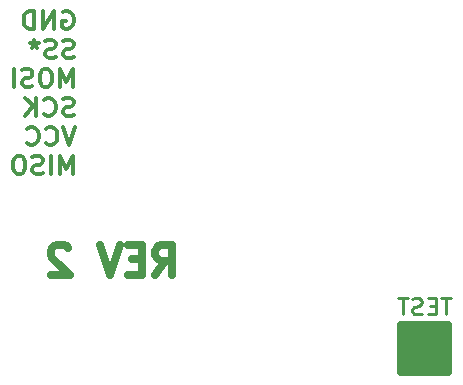
<source format=gbo>
%TF.GenerationSoftware,KiCad,Pcbnew,(6.0.1)*%
%TF.CreationDate,2022-05-17T17:41:02-04:00*%
%TF.ProjectId,SPI-POTX2,5350492d-504f-4545-9832-2e6b69636164,2*%
%TF.SameCoordinates,Original*%
%TF.FileFunction,Legend,Bot*%
%TF.FilePolarity,Positive*%
%FSLAX46Y46*%
G04 Gerber Fmt 4.6, Leading zero omitted, Abs format (unit mm)*
G04 Created by KiCad (PCBNEW (6.0.1)) date 2022-05-17 17:41:02*
%MOMM*%
%LPD*%
G01*
G04 APERTURE LIST*
%ADD10C,0.635000*%
%ADD11C,0.304800*%
%ADD12C,0.254000*%
%ADD13C,0.650000*%
G04 APERTURE END LIST*
D10*
X139870998Y-114277474D02*
X140717665Y-113067950D01*
X141322427Y-114277474D02*
X141322427Y-111737474D01*
X140354807Y-111737474D01*
X140112903Y-111858427D01*
X139991950Y-111979379D01*
X139870998Y-112221284D01*
X139870998Y-112584141D01*
X139991950Y-112826046D01*
X140112903Y-112946998D01*
X140354807Y-113067950D01*
X141322427Y-113067950D01*
X138782427Y-112946998D02*
X137935760Y-112946998D01*
X137572903Y-114277474D02*
X138782427Y-114277474D01*
X138782427Y-111737474D01*
X137572903Y-111737474D01*
X136847188Y-111737474D02*
X136000522Y-114277474D01*
X135153855Y-111737474D01*
X132492903Y-111979379D02*
X132371950Y-111858427D01*
X132130046Y-111737474D01*
X131525284Y-111737474D01*
X131283379Y-111858427D01*
X131162427Y-111979379D01*
X131041474Y-112221284D01*
X131041474Y-112463188D01*
X131162427Y-112826046D01*
X132613855Y-114277474D01*
X131041474Y-114277474D01*
D11*
X132040783Y-92008327D02*
X132191973Y-91935755D01*
X132418759Y-91935755D01*
X132645545Y-92008327D01*
X132796735Y-92153469D01*
X132872330Y-92298612D01*
X132947926Y-92588898D01*
X132947926Y-92806612D01*
X132872330Y-93096898D01*
X132796735Y-93242041D01*
X132645545Y-93387184D01*
X132418759Y-93459755D01*
X132267568Y-93459755D01*
X132040783Y-93387184D01*
X131965187Y-93314612D01*
X131965187Y-92806612D01*
X132267568Y-92806612D01*
X131284830Y-93459755D02*
X131284830Y-91935755D01*
X130377687Y-93459755D01*
X130377687Y-91935755D01*
X129621735Y-93459755D02*
X129621735Y-91935755D01*
X129243759Y-91935755D01*
X129016973Y-92008327D01*
X128865783Y-92153469D01*
X128790187Y-92298612D01*
X128714592Y-92588898D01*
X128714592Y-92806612D01*
X128790187Y-93096898D01*
X128865783Y-93242041D01*
X129016973Y-93387184D01*
X129243759Y-93459755D01*
X129621735Y-93459755D01*
X132947926Y-95840824D02*
X132721140Y-95913395D01*
X132343164Y-95913395D01*
X132191973Y-95840824D01*
X132116378Y-95768252D01*
X132040783Y-95623109D01*
X132040783Y-95477967D01*
X132116378Y-95332824D01*
X132191973Y-95260252D01*
X132343164Y-95187681D01*
X132645545Y-95115109D01*
X132796735Y-95042538D01*
X132872330Y-94969967D01*
X132947926Y-94824824D01*
X132947926Y-94679681D01*
X132872330Y-94534538D01*
X132796735Y-94461967D01*
X132645545Y-94389395D01*
X132267568Y-94389395D01*
X132040783Y-94461967D01*
X131436021Y-95840824D02*
X131209235Y-95913395D01*
X130831259Y-95913395D01*
X130680068Y-95840824D01*
X130604473Y-95768252D01*
X130528878Y-95623109D01*
X130528878Y-95477967D01*
X130604473Y-95332824D01*
X130680068Y-95260252D01*
X130831259Y-95187681D01*
X131133640Y-95115109D01*
X131284830Y-95042538D01*
X131360426Y-94969967D01*
X131436021Y-94824824D01*
X131436021Y-94679681D01*
X131360426Y-94534538D01*
X131284830Y-94461967D01*
X131133640Y-94389395D01*
X130755664Y-94389395D01*
X130528878Y-94461967D01*
X129621735Y-94389395D02*
X129621735Y-94752252D01*
X129999711Y-94607109D02*
X129621735Y-94752252D01*
X129243759Y-94607109D01*
X129848521Y-95042538D02*
X129621735Y-94752252D01*
X129394949Y-95042538D01*
X132872330Y-98367035D02*
X132872330Y-96843035D01*
X132343164Y-97931607D01*
X131813997Y-96843035D01*
X131813997Y-98367035D01*
X130755664Y-96843035D02*
X130453283Y-96843035D01*
X130302092Y-96915607D01*
X130150902Y-97060749D01*
X130075307Y-97351035D01*
X130075307Y-97859035D01*
X130150902Y-98149321D01*
X130302092Y-98294464D01*
X130453283Y-98367035D01*
X130755664Y-98367035D01*
X130906854Y-98294464D01*
X131058045Y-98149321D01*
X131133640Y-97859035D01*
X131133640Y-97351035D01*
X131058045Y-97060749D01*
X130906854Y-96915607D01*
X130755664Y-96843035D01*
X129470545Y-98294464D02*
X129243759Y-98367035D01*
X128865783Y-98367035D01*
X128714592Y-98294464D01*
X128638997Y-98221892D01*
X128563402Y-98076749D01*
X128563402Y-97931607D01*
X128638997Y-97786464D01*
X128714592Y-97713892D01*
X128865783Y-97641321D01*
X129168164Y-97568749D01*
X129319354Y-97496178D01*
X129394949Y-97423607D01*
X129470545Y-97278464D01*
X129470545Y-97133321D01*
X129394949Y-96988178D01*
X129319354Y-96915607D01*
X129168164Y-96843035D01*
X128790187Y-96843035D01*
X128563402Y-96915607D01*
X127883045Y-98367035D02*
X127883045Y-96843035D01*
X132947926Y-100748104D02*
X132721140Y-100820675D01*
X132343164Y-100820675D01*
X132191973Y-100748104D01*
X132116378Y-100675532D01*
X132040783Y-100530389D01*
X132040783Y-100385247D01*
X132116378Y-100240104D01*
X132191973Y-100167532D01*
X132343164Y-100094961D01*
X132645545Y-100022389D01*
X132796735Y-99949818D01*
X132872330Y-99877247D01*
X132947926Y-99732104D01*
X132947926Y-99586961D01*
X132872330Y-99441818D01*
X132796735Y-99369247D01*
X132645545Y-99296675D01*
X132267568Y-99296675D01*
X132040783Y-99369247D01*
X130453283Y-100675532D02*
X130528878Y-100748104D01*
X130755664Y-100820675D01*
X130906854Y-100820675D01*
X131133640Y-100748104D01*
X131284830Y-100602961D01*
X131360426Y-100457818D01*
X131436021Y-100167532D01*
X131436021Y-99949818D01*
X131360426Y-99659532D01*
X131284830Y-99514389D01*
X131133640Y-99369247D01*
X130906854Y-99296675D01*
X130755664Y-99296675D01*
X130528878Y-99369247D01*
X130453283Y-99441818D01*
X129772926Y-100820675D02*
X129772926Y-99296675D01*
X128865783Y-100820675D02*
X129546140Y-99949818D01*
X128865783Y-99296675D02*
X129772926Y-100167532D01*
X133099116Y-101750315D02*
X132569949Y-103274315D01*
X132040783Y-101750315D01*
X130604473Y-103129172D02*
X130680068Y-103201744D01*
X130906854Y-103274315D01*
X131058045Y-103274315D01*
X131284830Y-103201744D01*
X131436021Y-103056601D01*
X131511616Y-102911458D01*
X131587211Y-102621172D01*
X131587211Y-102403458D01*
X131511616Y-102113172D01*
X131436021Y-101968029D01*
X131284830Y-101822887D01*
X131058045Y-101750315D01*
X130906854Y-101750315D01*
X130680068Y-101822887D01*
X130604473Y-101895458D01*
X129016973Y-103129172D02*
X129092568Y-103201744D01*
X129319354Y-103274315D01*
X129470545Y-103274315D01*
X129697330Y-103201744D01*
X129848521Y-103056601D01*
X129924116Y-102911458D01*
X129999711Y-102621172D01*
X129999711Y-102403458D01*
X129924116Y-102113172D01*
X129848521Y-101968029D01*
X129697330Y-101822887D01*
X129470545Y-101750315D01*
X129319354Y-101750315D01*
X129092568Y-101822887D01*
X129016973Y-101895458D01*
X132872330Y-105727955D02*
X132872330Y-104203955D01*
X132343164Y-105292527D01*
X131813997Y-104203955D01*
X131813997Y-105727955D01*
X131058045Y-105727955D02*
X131058045Y-104203955D01*
X130377687Y-105655384D02*
X130150902Y-105727955D01*
X129772926Y-105727955D01*
X129621735Y-105655384D01*
X129546140Y-105582812D01*
X129470545Y-105437669D01*
X129470545Y-105292527D01*
X129546140Y-105147384D01*
X129621735Y-105074812D01*
X129772926Y-105002241D01*
X130075307Y-104929669D01*
X130226497Y-104857098D01*
X130302092Y-104784527D01*
X130377687Y-104639384D01*
X130377687Y-104494241D01*
X130302092Y-104349098D01*
X130226497Y-104276527D01*
X130075307Y-104203955D01*
X129697330Y-104203955D01*
X129470545Y-104276527D01*
X128487807Y-104203955D02*
X128185426Y-104203955D01*
X128034235Y-104276527D01*
X127883045Y-104421669D01*
X127807449Y-104711955D01*
X127807449Y-105219955D01*
X127883045Y-105510241D01*
X128034235Y-105655384D01*
X128185426Y-105727955D01*
X128487807Y-105727955D01*
X128638997Y-105655384D01*
X128790187Y-105510241D01*
X128865783Y-105219955D01*
X128865783Y-104711955D01*
X128790187Y-104421669D01*
X128638997Y-104276527D01*
X128487807Y-104203955D01*
D12*
%TO.C,TEST*%
X164886974Y-116229403D02*
X164088688Y-116229403D01*
X164487831Y-117626403D02*
X164487831Y-116229403D01*
X163623022Y-116894641D02*
X163157355Y-116894641D01*
X162957784Y-117626403D02*
X163623022Y-117626403D01*
X163623022Y-116229403D01*
X162957784Y-116229403D01*
X162425593Y-117559879D02*
X162226022Y-117626403D01*
X161893403Y-117626403D01*
X161760355Y-117559879D01*
X161693831Y-117493355D01*
X161627307Y-117360307D01*
X161627307Y-117227260D01*
X161693831Y-117094212D01*
X161760355Y-117027688D01*
X161893403Y-116961165D01*
X162159498Y-116894641D01*
X162292546Y-116828117D01*
X162359069Y-116761593D01*
X162425593Y-116628546D01*
X162425593Y-116495498D01*
X162359069Y-116362450D01*
X162292546Y-116295927D01*
X162159498Y-116229403D01*
X161826879Y-116229403D01*
X161627307Y-116295927D01*
X161228165Y-116229403D02*
X160429879Y-116229403D01*
X160829022Y-117626403D02*
X160829022Y-116229403D01*
D13*
X164658427Y-120994427D02*
X164658427Y-121494427D01*
X164658427Y-122494427D02*
X160658427Y-122494427D01*
X160658427Y-118994427D02*
X164658427Y-118994427D01*
X160658427Y-121494427D02*
X160658427Y-121994427D01*
X164658427Y-119994427D02*
X164658427Y-120494427D01*
X164658427Y-119494427D02*
X160658427Y-119494427D01*
X164658427Y-118994427D02*
X164658427Y-119494427D01*
X160658427Y-121994427D02*
X164658427Y-121994427D01*
X160658427Y-118494427D02*
X160658427Y-118994427D01*
X160658427Y-122494427D02*
X160658427Y-118494427D01*
X164658427Y-118494427D02*
X164658427Y-122494427D01*
X160658427Y-118494427D02*
X164658427Y-118494427D01*
X160658427Y-120494427D02*
X160658427Y-120994427D01*
X160658427Y-119494427D02*
X160658427Y-119994427D01*
X160658427Y-119994427D02*
X164658427Y-119994427D01*
X164658427Y-121494427D02*
X160658427Y-121494427D01*
X164658427Y-120494427D02*
X160658427Y-120494427D01*
X160658427Y-120994427D02*
X164158427Y-120994427D01*
X164158427Y-120994427D02*
X164658427Y-120994427D01*
%TD*%
M02*

</source>
